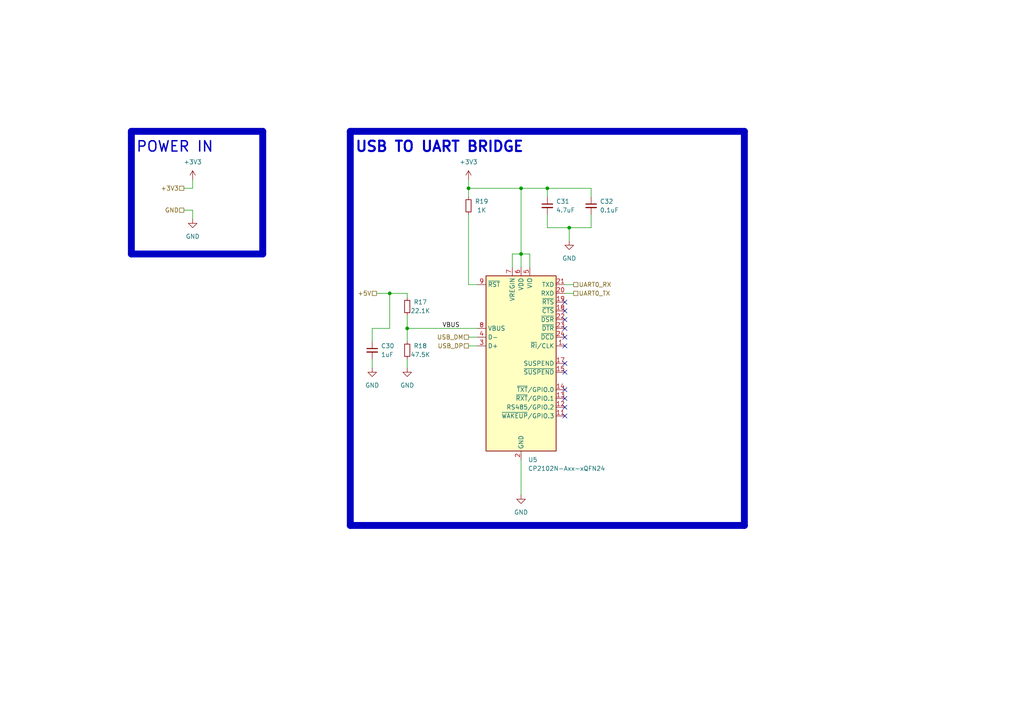
<source format=kicad_sch>
(kicad_sch (version 20211123) (generator eeschema)
  (paper "A4")
  (title_block (title "UART to USB bridge") (date "2022-08-13") (rev "1"))
  (lib_symbols
    (symbol "Device:C_Small" (pin_numbers hide) (pin_names (offset 0.254) hide)
      (property "Reference" "C" (at 0.254 1.778 0))
      (property "Value" "C_Small" (at 0.254 -2.032 0))
      (symbol "C_Small_0_1"
        (polyline (pts (xy -1.524 -0.508) (xy 1.524 -0.508)) (stroke (width 0.3302)))
        (polyline (pts (xy -1.524 0.508) (xy 1.524 0.508)) (stroke (width 0.3048)))
      )
      (symbol "C_Small_1_1"
        (pin passive line (at 0 2.54 270) (length 2.032) (name "~") (number "1"))
        (pin passive line (at 0 -2.54 90) (length 2.032) (name "~") (number "2"))
      )
    )
    (symbol "Device:R_Small" (pin_numbers hide) (pin_names (offset 0.254) hide)
      (property "Reference" "R" (at 0.762 0.508 0))
      (property "Value" "R_Small" (at 0.762 -1.016 0))
      (symbol "R_Small_0_1"
        (rectangle (start -0.762 1.778) (end 0.762 -1.778) (stroke (width 0.2032)))
      )
      (symbol "R_Small_1_1"
        (pin passive line (at 0 2.54 270) (length 0.762) (name "~") (number "1"))
        (pin passive line (at 0 -2.54 90) (length 0.762) (name "~") (number "2"))
      )
    )
    (symbol "Interface_USB:CP2102N-Axx-xQFN24"
      (property "Reference" "U" (at -8.89 26.67 0))
      (property "Value" "CP2102N-Axx-xQFN24" (at 13.97 26.67 0))
      (symbol "CP2102N-Axx-xQFN24_0_1"
        (rectangle (start -10.16 25.4) (end 10.16 -25.4) (stroke (width 0.254)) (fill (type background)))
      )
      (symbol "CP2102N-Axx-xQFN24_1_1"
        (pin bidirectional line (at 12.7 5.08 180) (length 2.54) (name "~{RI}/CLK") (number "1"))
        (pin no_connect line (at -10.16 -22.86 0) (length 2.54) hide (name "NC") (number "10"))
        (pin bidirectional line (at 12.7 -15.24 180) (length 2.54) (name "~{WAKEUP}/GPIO.3") (number "11"))
        (pin bidirectional line (at 12.7 -12.7 180) (length 2.54) (name "RS485/GPIO.2") (number "12"))
        (pin bidirectional line (at 12.7 -10.16 180) (length 2.54) (name "~{RXT}/GPIO.1") (number "13"))
        (pin bidirectional line (at 12.7 -7.62 180) (length 2.54) (name "~{TXT}/GPIO.0") (number "14"))
        (pin output line (at 12.7 -2.54 180) (length 2.54) (name "~{SUSPEND}") (number "15"))
        (pin no_connect line (at 10.16 -22.86 180) (length 2.54) hide (name "NC") (number "16"))
        (pin output line (at 12.7 0 180) (length 2.54) (name "SUSPEND") (number "17"))
        (pin input line (at 12.7 15.24 180) (length 2.54) (name "~{CTS}") (number "18"))
        (pin output line (at 12.7 17.78 180) (length 2.54) (name "~{RTS}") (number "19"))
        (pin power_in line (at 0 -27.94 90) (length 2.54) (name "GND") (number "2"))
        (pin input line (at 12.7 20.32 180) (length 2.54) (name "RXD") (number "20"))
        (pin output line (at 12.7 22.86 180) (length 2.54) (name "TXD") (number "21"))
        (pin input line (at 12.7 12.7 180) (length 2.54) (name "~{DSR}") (number "22"))
        (pin output line (at 12.7 10.16 180) (length 2.54) (name "~{DTR}") (number "23"))
        (pin input line (at 12.7 7.62 180) (length 2.54) (name "~{DCD}") (number "24"))
        (pin passive line (at 0 -27.94 90) (length 2.54) hide (name "GND") (number "25"))
        (pin bidirectional line (at -12.7 5.08 0) (length 2.54) (name "D+") (number "3"))
        (pin bidirectional line (at -12.7 7.62 0) (length 2.54) (name "D-") (number "4"))
        (pin power_in line (at 2.54 27.94 270) (length 2.54) (name "VIO") (number "5"))
        (pin power_in line (at 0 27.94 270) (length 2.54) (name "VDD") (number "6"))
        (pin power_in line (at -2.54 27.94 270) (length 2.54) (name "VREGIN") (number "7"))
        (pin input line (at -12.7 10.16 0) (length 2.54) (name "VBUS") (number "8"))
        (pin input line (at -12.7 22.86 0) (length 2.54) (name "~{RST}") (number "9"))
      )
    )
    (symbol "power:+3V3" (power) (pin_names (offset 0))
      (property "Value" "+3V3" (at 0 3.556 0))
      (symbol "+3V3_0_1"
        (polyline (pts (xy -0.762 1.27) (xy 0 2.54)))
        (polyline (pts (xy 0 0) (xy 0 2.54)))
        (polyline (pts (xy 0 2.54) (xy 0.762 1.27)))
      )
      (symbol "+3V3_1_1"
        (pin power_in line (at 0 0 90) (length 0) hide (name "+3V3") (number "1"))
      )
    )
    (symbol "power:GND" (power) (pin_names (offset 0))
      (property "Value" "GND" (at 0 -3.81 0))
      (symbol "GND_0_1"
        (polyline (pts (xy 0 0) (xy 0 -1.27) (xy 1.27 -1.27) (xy 0 -2.54) (xy -1.27 -1.27) (xy 0 -1.27)))
      )
      (symbol "GND_1_1"
        (pin power_in line (at 0 0 270) (length 0) hide (name "GND") (number "1"))
      )
    )
  )
  (junction (at 151.13 73.66))
  (junction (at 113.03 85.09))
  (junction (at 165.1 66.04))
  (junction (at 151.13 54.61))
  (junction (at 135.89 54.61))
  (junction (at 118.11 95.25))
  (junction (at 158.75 54.61))
  (no_connect (at 163.83 120.65))
  (no_connect (at 163.83 118.11))
  (no_connect (at 163.83 115.57))
  (no_connect (at 163.83 113.03))
  (no_connect (at 163.83 107.95))
  (no_connect (at 163.83 92.71))
  (no_connect (at 163.83 95.25))
  (no_connect (at 163.83 97.79))
  (no_connect (at 163.83 87.63))
  (no_connect (at 163.83 90.17))
  (no_connect (at 163.83 105.41))
  (no_connect (at 163.83 100.33))
  (wire (pts (xy 158.75 54.61) (xy 171.45 54.61)))
  (polyline (pts (xy 101.6 152.4) (xy 215.9 152.4)) (stroke (width 2) (type solid)))
  (wire (pts (xy 113.03 95.25) (xy 107.95 95.25)))
  (wire (pts (xy 171.45 66.04) (xy 165.1 66.04)))
  (wire (pts (xy 165.1 66.04) (xy 165.1 69.85)))
  (wire (pts (xy 107.95 95.25) (xy 107.95 99.06)))
  (wire (pts (xy 158.75 62.23) (xy 158.75 66.04)))
  (wire (pts (xy 135.89 52.07) (xy 135.89 54.61)))
  (wire (pts (xy 138.43 95.25) (xy 118.11 95.25)))
  (polyline (pts (xy 101.6 152.4) (xy 101.6 38.1)) (stroke (width 2) (type solid)))
  (wire (pts (xy 138.43 82.55) (xy 135.89 82.55)))
  (wire (pts (xy 171.45 54.61) (xy 171.45 57.15)))
  (wire (pts (xy 118.11 95.25) (xy 118.11 99.06)))
  (wire (pts (xy 171.45 62.23) (xy 171.45 66.04)))
  (wire (pts (xy 118.11 86.36) (xy 118.11 85.09)))
  (wire (pts (xy 113.03 85.09) (xy 113.03 95.25)))
  (wire (pts (xy 118.11 91.44) (xy 118.11 95.25)))
  (polyline (pts (xy 38.1 38.1) (xy 38.1 73.66)) (stroke (width 2) (type solid)))
  (wire (pts (xy 113.03 85.09) (xy 118.11 85.09)))
  (wire (pts (xy 55.88 63.5) (xy 55.88 60.96)))
  (wire (pts (xy 153.67 77.47) (xy 153.67 73.66)))
  (polyline (pts (xy 76.2 73.66) (xy 76.2 38.1)) (stroke (width 2) (type solid)))
  (wire (pts (xy 55.88 54.61) (xy 55.88 52.07)))
  (polyline (pts (xy 215.9 152.4) (xy 215.9 38.1)) (stroke (width 2) (type solid)))
  (wire (pts (xy 135.89 62.23) (xy 135.89 82.55)))
  (wire (pts (xy 135.89 54.61) (xy 135.89 57.15)))
  (wire (pts (xy 158.75 54.61) (xy 151.13 54.61)))
  (wire (pts (xy 118.11 104.14) (xy 118.11 106.68)))
  (wire (pts (xy 158.75 54.61) (xy 158.75 57.15)))
  (wire (pts (xy 163.83 82.55) (xy 166.37 82.55)))
  (wire (pts (xy 55.88 60.96) (xy 53.34 60.96)))
  (polyline (pts (xy 38.1 38.1) (xy 76.2 38.1)) (stroke (width 2) (type solid)))
  (wire (pts (xy 158.75 66.04) (xy 165.1 66.04)))
  (wire (pts (xy 153.67 73.66) (xy 151.13 73.66)))
  (wire (pts (xy 148.59 77.47) (xy 148.59 73.66)))
  (wire (pts (xy 53.34 54.61) (xy 55.88 54.61)))
  (wire (pts (xy 109.22 85.09) (xy 113.03 85.09)))
  (wire (pts (xy 135.89 97.79) (xy 138.43 97.79)))
  (wire (pts (xy 135.89 100.33) (xy 138.43 100.33)))
  (polyline (pts (xy 38.1 73.66) (xy 76.2 73.66)) (stroke (width 2) (type solid)))
  (wire (pts (xy 151.13 73.66) (xy 151.13 54.61)))
  (wire (pts (xy 107.95 104.14) (xy 107.95 106.68)))
  (wire (pts (xy 151.13 77.47) (xy 151.13 73.66)))
  (wire (pts (xy 151.13 133.35) (xy 151.13 143.51)))
  (wire (pts (xy 148.59 73.66) (xy 151.13 73.66)))
  (wire (pts (xy 163.83 85.09) (xy 166.37 85.09)))
  (polyline (pts (xy 101.6 38.1) (xy 215.9 38.1)) (stroke (width 2) (type solid)))
  (wire (pts (xy 135.89 54.61) (xy 151.13 54.61)))
  (text "POWER IN" (at 39.37 44.45 0) (effects (font (size 3 3) (thickness 0.4) bold) (justify left bottom)))
  (text "USB TO UART BRIDGE\n" (at 102.87 44.45 0) (effects (font (size 3 3) (thickness 0.6) bold) (justify left bottom)))
  (label "VBUS" (at 128.27 95.25 0))
  (hierarchical_label "UART0_TX" (shape passive) (at 166.37 85.09 0))
  (hierarchical_label "USB_DP" (shape passive) (at 135.89 100.33 180))
  (hierarchical_label "USB_DM" (shape passive) (at 135.89 97.79 180))
  (hierarchical_label "+3V3" (shape passive) (at 53.34 54.61 180))
  (hierarchical_label "+5V" (shape passive) (at 109.22 85.09 180))
  (hierarchical_label "GND" (shape passive) (at 53.34 60.96 180))
  (hierarchical_label "UART0_RX" (shape passive) (at 166.37 82.55 0))
  (symbol (lib_id "power:+3V3") (at 135.89 52.07 0) (unit 1)
    (property "Reference" "#PWR074" (effects hide))
    (property "Value" "+3V3" (at 135.89 46.99 0))
  )
  (symbol (lib_id "Device:R_Small") (at 118.11 88.9 0) (unit 1)
    (property "Reference" "R17" (at 121.92 87.63 0))
    (property "Value" "22.1K" (at 121.92 90.17 0))
    (property "Footprint" "Resistor_SMD:R_0603_1608Metric" (effects hide))
  )
  (symbol (lib_id "Device:C_Small") (at 107.95 101.6 0) (unit 1)
    (property "Reference" "C30" (at 110.49 100.3362 0) (effects (justify left)))
    (property "Value" "1uF" (at 110.49 102.8762 0) (effects (justify left)))
    (property "Footprint" "Capacitor_SMD:C_0603_1608Metric" (effects hide))
  )
  (symbol (lib_id "power:GND") (at 165.1 69.85 0) (unit 1)
    (property "Reference" "#PWR076" (effects hide))
    (property "Value" "GND" (at 165.1 74.93 0))
  )
  (symbol (lib_id "Device:R_Small") (at 118.11 101.6 0) (unit 1)
    (property "Reference" "R18" (at 121.92 100.33 0))
    (property "Value" "47.5K" (at 121.92 102.87 0))
    (property "Footprint" "Resistor_SMD:R_0603_1608Metric" (effects hide))
  )
  (symbol (lib_id "power:GND") (at 55.88 63.5 0) (unit 1)
    (property "Reference" "#PWR071" (effects hide))
    (property "Value" "GND" (at 55.88 68.58 0))
  )
  (symbol (lib_id "power:GND") (at 107.95 106.68 0) (unit 1)
    (property "Reference" "#PWR072" (effects hide))
    (property "Value" "GND" (at 107.95 111.76 0))
  )
  (symbol (lib_id "Interface_USB:CP2102N-Axx-xQFN24") (at 151.13 105.41 0) (unit 1)
    (property "Reference" "U5" (at 153.1494 133.35 0) (effects (justify left)))
    (property "Value" "CP2102N-Axx-xQFN24" (at 153.1494 135.89 0) (effects (justify left)))
    (property "Footprint" "Package_DFN_QFN:QFN-24-1EP_4x4mm_P0.5mm_EP2.6x2.6mm" (effects hide))
    (property "Datasheet" "https://www.silabs.com/documents/public/data-sheets/cp2102n-datasheet.pdf" (effects hide))
  )
  (symbol (lib_id "Device:C_Small") (at 171.45 59.69 0) (unit 1)
    (property "Reference" "C32" (at 173.99 58.4262 0) (effects (justify left)))
    (property "Value" "0.1uF" (at 173.99 60.9662 0) (effects (justify left)))
    (property "Footprint" "Capacitor_SMD:C_0603_1608Metric" (effects hide))
  )
  (symbol (lib_id "power:GND") (at 118.11 106.68 0) (unit 1)
    (property "Reference" "#PWR073" (effects hide))
    (property "Value" "GND" (at 118.11 111.76 0))
  )
  (symbol (lib_id "power:+3V3") (at 55.88 52.07 0) (unit 1)
    (property "Reference" "#PWR070" (effects hide))
    (property "Value" "+3V3" (at 55.88 46.99 0))
  )
  (symbol (lib_id "Device:C_Small") (at 158.75 59.69 0) (unit 1)
    (property "Reference" "C31" (at 161.29 58.4262 0) (effects (justify left)))
    (property "Value" "4.7uF" (at 161.29 60.9662 0) (effects (justify left)))
    (property "Footprint" "Capacitor_SMD:C_0603_1608Metric" (effects hide))
  )
  (symbol (lib_id "power:GND") (at 151.13 143.51 0) (unit 1)
    (property "Reference" "#PWR075" (effects hide))
    (property "Value" "GND" (at 151.13 148.59 0))
  )
  (symbol (lib_id "Device:R_Small") (at 135.89 59.69 0) (unit 1)
    (property "Reference" "R19" (at 139.7 58.42 0))
    (property "Value" "1K" (at 139.7 60.96 0))
    (property "Footprint" "Resistor_SMD:R_0603_1608Metric" (effects hide))
  )
)
</source>
